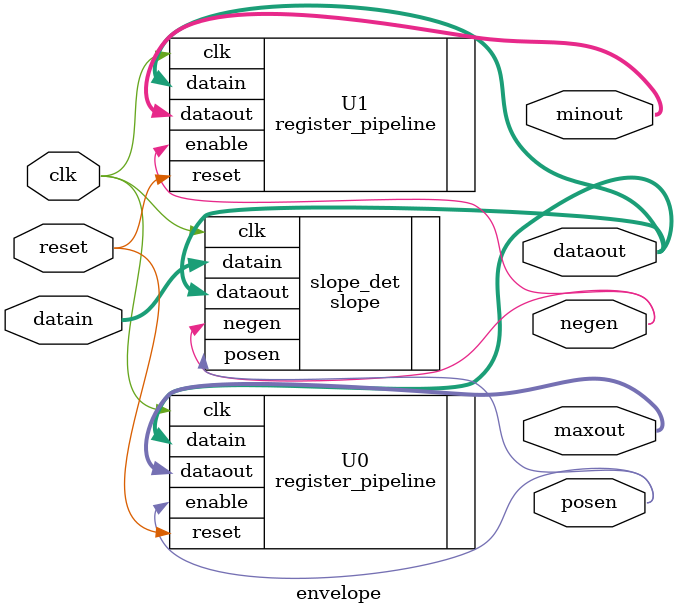
<source format=v>
`timescale 1ns / 1ps


module envelope #(parameter WIDTH = 16, parameter SIZE = 8) (
    input clk,
    input reset,
    input [WIDTH-1:0] datain,
    output posen,
    output negen,
    output [WIDTH-1:0] dataout,
    output [WIDTH-1:0] maxout,
    output [WIDTH-1:0] minout
    );
        
    slope #(WIDTH) slope_det (
        .clk(clk),
        .datain(datain),
        .dataout(dataout),
        .posen(posen),
        .negen(negen)
    );
    
    register_pipeline #(WIDTH, SIZE) U0 (
        .clk(clk),
        .reset(reset),
        .enable(posen),
        .datain(dataout),
        .dataout(maxout)
    );
    
    register_pipeline #(WIDTH, SIZE) U1 (
        .clk(clk),
        .reset(reset),
        .enable(negen),
        .datain(dataout),
        .dataout(minout)
    );
    
endmodule

</source>
